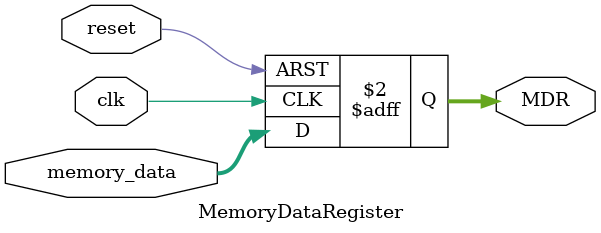
<source format=v>
module MemoryDataRegister (
    input wire clk,
    input wire reset,
    input wire [31:0] memory_data,
    output reg [31:0] MDR
);

always @(posedge clk or posedge reset) begin
    if (reset) begin
        MDR <= 32'h0;
    end else begin
        MDR <= memory_data;
    end
end

endmodule

</source>
